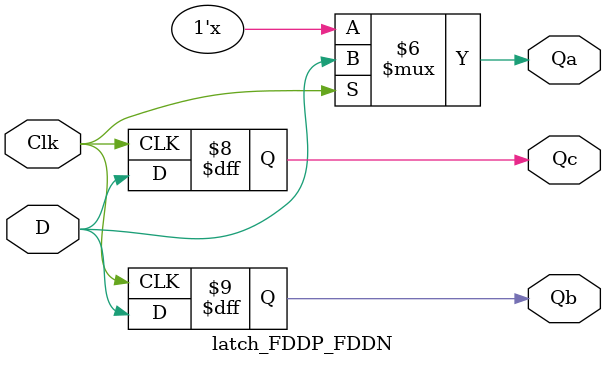
<source format=v>
module latch_FDDP_FDDN(
	input D, Clk,
	output reg Qa, Qb, Qc);
	
	always @(Clk, D)
		if (Clk)
			Qa = D;
	
	always @(posedge Clk)
		if (Clk)
			Qb = D;
		
	always @(negedge Clk)
		if (~Clk)
			Qc = D;
	
endmodule
	
	
</source>
